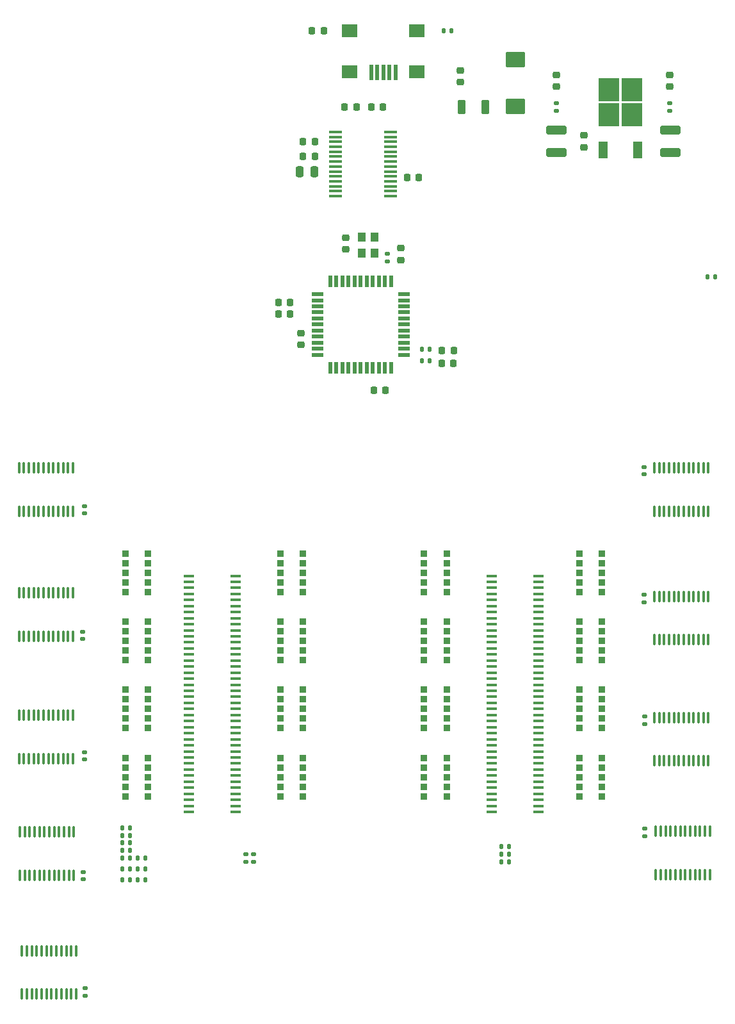
<source format=gbr>
%TF.GenerationSoftware,KiCad,Pcbnew,(6.0.0)*%
%TF.CreationDate,2022-10-06T12:47:50-04:00*%
%TF.ProjectId,ecp5u85-bse-usb_io-tester,65637035-7538-4352-9d62-73652d757362,A*%
%TF.SameCoordinates,Original*%
%TF.FileFunction,Paste,Top*%
%TF.FilePolarity,Positive*%
%FSLAX46Y46*%
G04 Gerber Fmt 4.6, Leading zero omitted, Abs format (unit mm)*
G04 Created by KiCad (PCBNEW (6.0.0)) date 2022-10-06 12:47:50*
%MOMM*%
%LPD*%
G01*
G04 APERTURE LIST*
G04 Aperture macros list*
%AMRoundRect*
0 Rectangle with rounded corners*
0 $1 Rounding radius*
0 $2 $3 $4 $5 $6 $7 $8 $9 X,Y pos of 4 corners*
0 Add a 4 corners polygon primitive as box body*
4,1,4,$2,$3,$4,$5,$6,$7,$8,$9,$2,$3,0*
0 Add four circle primitives for the rounded corners*
1,1,$1+$1,$2,$3*
1,1,$1+$1,$4,$5*
1,1,$1+$1,$6,$7*
1,1,$1+$1,$8,$9*
0 Add four rect primitives between the rounded corners*
20,1,$1+$1,$2,$3,$4,$5,0*
20,1,$1+$1,$4,$5,$6,$7,0*
20,1,$1+$1,$6,$7,$8,$9,0*
20,1,$1+$1,$8,$9,$2,$3,0*%
G04 Aperture macros list end*
%ADD10RoundRect,0.250000X1.025000X-0.787500X1.025000X0.787500X-1.025000X0.787500X-1.025000X-0.787500X0*%
%ADD11RoundRect,0.250000X-0.275000X-0.700000X0.275000X-0.700000X0.275000X0.700000X-0.275000X0.700000X0*%
%ADD12R,1.500000X0.550000*%
%ADD13R,0.550000X1.500000*%
%ADD14RoundRect,0.140000X0.170000X-0.140000X0.170000X0.140000X-0.170000X0.140000X-0.170000X-0.140000X0*%
%ADD15RoundRect,0.218750X-0.256250X0.218750X-0.256250X-0.218750X0.256250X-0.218750X0.256250X0.218750X0*%
%ADD16RoundRect,0.100000X-0.100000X0.637500X-0.100000X-0.637500X0.100000X-0.637500X0.100000X0.637500X0*%
%ADD17RoundRect,0.135000X-0.185000X0.135000X-0.185000X-0.135000X0.185000X-0.135000X0.185000X0.135000X0*%
%ADD18RoundRect,0.225000X-0.225000X0.225000X-0.225000X-0.225000X0.225000X-0.225000X0.225000X0.225000X0*%
%ADD19RoundRect,0.135000X-0.135000X-0.185000X0.135000X-0.185000X0.135000X0.185000X-0.135000X0.185000X0*%
%ADD20RoundRect,0.135000X0.135000X0.185000X-0.135000X0.185000X-0.135000X-0.185000X0.135000X-0.185000X0*%
%ADD21RoundRect,0.100000X0.100000X-0.637500X0.100000X0.637500X-0.100000X0.637500X-0.100000X-0.637500X0*%
%ADD22RoundRect,0.140000X-0.170000X0.140000X-0.170000X-0.140000X0.170000X-0.140000X0.170000X0.140000X0*%
%ADD23RoundRect,0.225000X0.250000X-0.225000X0.250000X0.225000X-0.250000X0.225000X-0.250000X-0.225000X0*%
%ADD24R,1.450000X0.457000*%
%ADD25RoundRect,0.225000X-0.225000X-0.250000X0.225000X-0.250000X0.225000X0.250000X-0.225000X0.250000X0*%
%ADD26RoundRect,0.218750X0.218750X0.256250X-0.218750X0.256250X-0.218750X-0.256250X0.218750X-0.256250X0*%
%ADD27RoundRect,0.225000X0.225000X0.250000X-0.225000X0.250000X-0.225000X-0.250000X0.225000X-0.250000X0*%
%ADD28R,1.100000X1.300000*%
%ADD29R,2.750000X3.050000*%
%ADD30R,1.200000X2.200000*%
%ADD31RoundRect,0.225000X-0.250000X0.225000X-0.250000X-0.225000X0.250000X-0.225000X0.250000X0.225000X0*%
%ADD32RoundRect,0.218750X0.256250X-0.218750X0.256250X0.218750X-0.256250X0.218750X-0.256250X-0.218750X0*%
%ADD33R,1.750000X0.450000*%
%ADD34RoundRect,0.250000X1.100000X-0.325000X1.100000X0.325000X-1.100000X0.325000X-1.100000X-0.325000X0*%
%ADD35R,0.500000X2.000000*%
%ADD36R,2.000000X1.700000*%
%ADD37RoundRect,0.250000X0.250000X0.475000X-0.250000X0.475000X-0.250000X-0.475000X0.250000X-0.475000X0*%
G04 APERTURE END LIST*
D10*
%TO.C,C15*%
X251100000Y-75412500D03*
X251100000Y-69187500D03*
%TD*%
D11*
%TO.C,FB2*%
X243925000Y-75500000D03*
X247075000Y-75500000D03*
%TD*%
D12*
%TO.C,U6*%
X224900000Y-100200000D03*
X224900000Y-101000000D03*
X224900000Y-101800000D03*
X224900000Y-102600000D03*
X224900000Y-103400000D03*
X224900000Y-104200000D03*
X224900000Y-105000000D03*
X224900000Y-105800000D03*
X224900000Y-106600000D03*
X224900000Y-107400000D03*
X224900000Y-108200000D03*
D13*
X226600000Y-109900000D03*
X227400000Y-109900000D03*
X228200000Y-109900000D03*
X229000000Y-109900000D03*
X229800000Y-109900000D03*
X230600000Y-109900000D03*
X231400000Y-109900000D03*
X232200000Y-109900000D03*
X233000000Y-109900000D03*
X233800000Y-109900000D03*
X234600000Y-109900000D03*
D12*
X236300000Y-108200000D03*
X236300000Y-107400000D03*
X236300000Y-106600000D03*
X236300000Y-105800000D03*
X236300000Y-105000000D03*
X236300000Y-104200000D03*
X236300000Y-103400000D03*
X236300000Y-102600000D03*
X236300000Y-101800000D03*
X236300000Y-101000000D03*
X236300000Y-100200000D03*
D13*
X234600000Y-98500000D03*
X233800000Y-98500000D03*
X233000000Y-98500000D03*
X232200000Y-98500000D03*
X231400000Y-98500000D03*
X230600000Y-98500000D03*
X229800000Y-98500000D03*
X229000000Y-98500000D03*
X228200000Y-98500000D03*
X227400000Y-98500000D03*
X226600000Y-98500000D03*
%TD*%
D14*
%TO.C,C6*%
X194100000Y-129180000D03*
X194100000Y-128220000D03*
%TD*%
D15*
%TO.C,D1*%
X256500000Y-71212500D03*
X256500000Y-72787500D03*
%TD*%
D16*
%TO.C,U5*%
X192575000Y-139637500D03*
X191925000Y-139637500D03*
X191275000Y-139637500D03*
X190625000Y-139637500D03*
X189975000Y-139637500D03*
X189325000Y-139637500D03*
X188675000Y-139637500D03*
X188025000Y-139637500D03*
X187375000Y-139637500D03*
X186725000Y-139637500D03*
X186075000Y-139637500D03*
X185425000Y-139637500D03*
X185425000Y-145362500D03*
X186075000Y-145362500D03*
X186725000Y-145362500D03*
X187375000Y-145362500D03*
X188025000Y-145362500D03*
X188675000Y-145362500D03*
X189325000Y-145362500D03*
X189975000Y-145362500D03*
X190625000Y-145362500D03*
X191275000Y-145362500D03*
X191925000Y-145362500D03*
X192575000Y-145362500D03*
%TD*%
D17*
%TO.C,R2*%
X216400000Y-174190000D03*
X216400000Y-175210000D03*
%TD*%
D18*
%TO.C,RN11*%
X262500000Y-161460000D03*
X259500000Y-161460000D03*
X262500000Y-162730000D03*
X259500000Y-162730000D03*
X262500000Y-164000000D03*
X259500000Y-164000000D03*
X262500000Y-165270000D03*
X259500000Y-165270000D03*
X262500000Y-166540000D03*
X259500000Y-166540000D03*
%TD*%
D19*
%TO.C,R5*%
X199090000Y-171700000D03*
X200110000Y-171700000D03*
%TD*%
%TO.C,R17*%
X199080000Y-174700000D03*
X200100000Y-174700000D03*
%TD*%
D20*
%TO.C,R19*%
X242620000Y-65350000D03*
X241600000Y-65350000D03*
%TD*%
D17*
%TO.C,R1*%
X215400000Y-174190000D03*
X215400000Y-175210000D03*
%TD*%
D21*
%TO.C,U7*%
X269425000Y-161862500D03*
X270075000Y-161862500D03*
X270725000Y-161862500D03*
X271375000Y-161862500D03*
X272025000Y-161862500D03*
X272675000Y-161862500D03*
X273325000Y-161862500D03*
X273975000Y-161862500D03*
X274625000Y-161862500D03*
X275275000Y-161862500D03*
X275925000Y-161862500D03*
X276575000Y-161862500D03*
X276575000Y-156137500D03*
X275925000Y-156137500D03*
X275275000Y-156137500D03*
X274625000Y-156137500D03*
X273975000Y-156137500D03*
X273325000Y-156137500D03*
X272675000Y-156137500D03*
X272025000Y-156137500D03*
X271375000Y-156137500D03*
X270725000Y-156137500D03*
X270075000Y-156137500D03*
X269425000Y-156137500D03*
%TD*%
D18*
%TO.C,RN16*%
X262500000Y-134460000D03*
X259500000Y-134460000D03*
X262500000Y-135730000D03*
X259500000Y-135730000D03*
X262500000Y-137000000D03*
X259500000Y-137000000D03*
X262500000Y-138270000D03*
X259500000Y-138270000D03*
X262500000Y-139540000D03*
X259500000Y-139540000D03*
%TD*%
D22*
%TO.C,C10*%
X268200000Y-170820000D03*
X268200000Y-171780000D03*
%TD*%
D16*
%TO.C,U4*%
X192575000Y-123137500D03*
X191925000Y-123137500D03*
X191275000Y-123137500D03*
X190625000Y-123137500D03*
X189975000Y-123137500D03*
X189325000Y-123137500D03*
X188675000Y-123137500D03*
X188025000Y-123137500D03*
X187375000Y-123137500D03*
X186725000Y-123137500D03*
X186075000Y-123137500D03*
X185425000Y-123137500D03*
X185425000Y-128862500D03*
X186075000Y-128862500D03*
X186725000Y-128862500D03*
X187375000Y-128862500D03*
X188025000Y-128862500D03*
X188675000Y-128862500D03*
X189325000Y-128862500D03*
X189975000Y-128862500D03*
X190625000Y-128862500D03*
X191275000Y-128862500D03*
X191925000Y-128862500D03*
X192575000Y-128862500D03*
%TD*%
D23*
%TO.C,C4*%
X260100000Y-80775000D03*
X260100000Y-79225000D03*
%TD*%
D24*
%TO.C,J3*%
X247914000Y-168600000D03*
X254086000Y-168600000D03*
X247914000Y-167800000D03*
X254086000Y-167800000D03*
X247914000Y-167000000D03*
X254086000Y-167000000D03*
X247914000Y-166200000D03*
X254086000Y-166200000D03*
X247914000Y-165400000D03*
X254086000Y-165400000D03*
X247914000Y-164600000D03*
X254086000Y-164600000D03*
X247914000Y-163800000D03*
X254086000Y-163800000D03*
X247914000Y-163000000D03*
X254086000Y-163000000D03*
X247914000Y-162200000D03*
X254086000Y-162200000D03*
X247914000Y-161400000D03*
X254086000Y-161400000D03*
X247914000Y-160600000D03*
X254086000Y-160600000D03*
X247914000Y-159800000D03*
X254086000Y-159800000D03*
X247914000Y-159000000D03*
X254086000Y-159000000D03*
X247914000Y-158200000D03*
X254086000Y-158200000D03*
X247914000Y-157400000D03*
X254086000Y-157400000D03*
X247914000Y-156600000D03*
X254086000Y-156600000D03*
X247914000Y-155800000D03*
X254086000Y-155800000D03*
X247914000Y-155000000D03*
X254086000Y-155000000D03*
X247914000Y-154200000D03*
X254086000Y-154200000D03*
X247914000Y-153400000D03*
X254086000Y-153400000D03*
X247914000Y-152600000D03*
X254086000Y-152600000D03*
X247914000Y-151800000D03*
X254086000Y-151800000D03*
X247914000Y-151000000D03*
X254086000Y-151000000D03*
X247914000Y-150200000D03*
X254086000Y-150200000D03*
X247914000Y-149400000D03*
X254086000Y-149400000D03*
X247914000Y-148600000D03*
X254086000Y-148600000D03*
X247914000Y-147800000D03*
X254086000Y-147800000D03*
X247914000Y-147000000D03*
X254086000Y-147000000D03*
X247914000Y-146200000D03*
X254086000Y-146200000D03*
X247914000Y-145400000D03*
X254086000Y-145400000D03*
X247914000Y-144600000D03*
X254086000Y-144600000D03*
X247914000Y-143800000D03*
X254086000Y-143800000D03*
X247914000Y-143000000D03*
X254086000Y-143000000D03*
X247914000Y-142200000D03*
X254086000Y-142200000D03*
X247914000Y-141400000D03*
X254086000Y-141400000D03*
X247914000Y-140600000D03*
X254086000Y-140600000D03*
X247914000Y-139800000D03*
X254086000Y-139800000D03*
X247914000Y-139000000D03*
X254086000Y-139000000D03*
X247914000Y-138200000D03*
X254086000Y-138200000D03*
X247914000Y-137400000D03*
X254086000Y-137400000D03*
%TD*%
D18*
%TO.C,RN3*%
X223000000Y-161460000D03*
X220000000Y-161460000D03*
X223000000Y-162730000D03*
X220000000Y-162730000D03*
X223000000Y-164000000D03*
X220000000Y-164000000D03*
X223000000Y-165270000D03*
X220000000Y-165270000D03*
X223000000Y-166540000D03*
X220000000Y-166540000D03*
%TD*%
D16*
%TO.C,U1*%
X192975000Y-186937500D03*
X192325000Y-186937500D03*
X191675000Y-186937500D03*
X191025000Y-186937500D03*
X190375000Y-186937500D03*
X189725000Y-186937500D03*
X189075000Y-186937500D03*
X188425000Y-186937500D03*
X187775000Y-186937500D03*
X187125000Y-186937500D03*
X186475000Y-186937500D03*
X185825000Y-186937500D03*
X185825000Y-192662500D03*
X186475000Y-192662500D03*
X187125000Y-192662500D03*
X187775000Y-192662500D03*
X188425000Y-192662500D03*
X189075000Y-192662500D03*
X189725000Y-192662500D03*
X190375000Y-192662500D03*
X191025000Y-192662500D03*
X191675000Y-192662500D03*
X192325000Y-192662500D03*
X192975000Y-192662500D03*
%TD*%
D25*
%TO.C,C25*%
X232325000Y-112900000D03*
X233875000Y-112900000D03*
%TD*%
D17*
%TO.C,R15*%
X271500000Y-74990000D03*
X271500000Y-76010000D03*
%TD*%
D26*
%TO.C,FB1*%
X221287500Y-101300000D03*
X219712500Y-101300000D03*
%TD*%
D27*
%TO.C,C17*%
X224550000Y-82000000D03*
X223000000Y-82000000D03*
%TD*%
D18*
%TO.C,RN15*%
X262500000Y-152460000D03*
X259500000Y-152460000D03*
X262500000Y-153730000D03*
X259500000Y-153730000D03*
X262500000Y-155000000D03*
X259500000Y-155000000D03*
X262500000Y-156270000D03*
X259500000Y-156270000D03*
X262500000Y-157540000D03*
X259500000Y-157540000D03*
%TD*%
%TO.C,RN7*%
X223000000Y-152460000D03*
X220000000Y-152460000D03*
X223000000Y-153730000D03*
X220000000Y-153730000D03*
X223000000Y-155000000D03*
X220000000Y-155000000D03*
X223000000Y-156270000D03*
X220000000Y-156270000D03*
X223000000Y-157540000D03*
X220000000Y-157540000D03*
%TD*%
D28*
%TO.C,U13*%
X232410000Y-92670000D03*
X232410000Y-94770000D03*
X230760000Y-94770000D03*
X230760000Y-92670000D03*
%TD*%
D19*
%TO.C,R8*%
X199090000Y-177600000D03*
X200110000Y-177600000D03*
%TD*%
D21*
%TO.C,U8*%
X269625000Y-176862500D03*
X270275000Y-176862500D03*
X270925000Y-176862500D03*
X271575000Y-176862500D03*
X272225000Y-176862500D03*
X272875000Y-176862500D03*
X273525000Y-176862500D03*
X274175000Y-176862500D03*
X274825000Y-176862500D03*
X275475000Y-176862500D03*
X276125000Y-176862500D03*
X276775000Y-176862500D03*
X276775000Y-171137500D03*
X276125000Y-171137500D03*
X275475000Y-171137500D03*
X274825000Y-171137500D03*
X274175000Y-171137500D03*
X273525000Y-171137500D03*
X272875000Y-171137500D03*
X272225000Y-171137500D03*
X271575000Y-171137500D03*
X270925000Y-171137500D03*
X270275000Y-171137500D03*
X269625000Y-171137500D03*
%TD*%
D26*
%TO.C,D2*%
X242887500Y-109300000D03*
X241312500Y-109300000D03*
%TD*%
D17*
%TO.C,R12*%
X234100000Y-94890000D03*
X234100000Y-95910000D03*
%TD*%
D18*
%TO.C,RN2*%
X202500000Y-143460000D03*
X199500000Y-143460000D03*
X202500000Y-144730000D03*
X199500000Y-144730000D03*
X202500000Y-146000000D03*
X199500000Y-146000000D03*
X202500000Y-147270000D03*
X199500000Y-147270000D03*
X202500000Y-148540000D03*
X199500000Y-148540000D03*
%TD*%
D19*
%TO.C,R20*%
X276490000Y-97900000D03*
X277510000Y-97900000D03*
%TD*%
D18*
%TO.C,RN1*%
X202500000Y-161460000D03*
X199500000Y-161460000D03*
X202500000Y-162730000D03*
X199500000Y-162730000D03*
X202500000Y-164000000D03*
X199500000Y-164000000D03*
X202500000Y-165270000D03*
X199500000Y-165270000D03*
X202500000Y-166540000D03*
X199500000Y-166540000D03*
%TD*%
%TO.C,RN12*%
X262500000Y-143460000D03*
X259500000Y-143460000D03*
X262500000Y-144730000D03*
X259500000Y-144730000D03*
X262500000Y-146000000D03*
X259500000Y-146000000D03*
X262500000Y-147270000D03*
X259500000Y-147270000D03*
X262500000Y-148540000D03*
X259500000Y-148540000D03*
%TD*%
D14*
%TO.C,C13*%
X193900000Y-177480000D03*
X193900000Y-176520000D03*
%TD*%
D19*
%TO.C,R16*%
X201090000Y-176100000D03*
X202110000Y-176100000D03*
%TD*%
%TO.C,R18*%
X201090000Y-174700000D03*
X202110000Y-174700000D03*
%TD*%
D18*
%TO.C,RN5*%
X202500000Y-152460000D03*
X199500000Y-152460000D03*
X202500000Y-153730000D03*
X199500000Y-153730000D03*
X202500000Y-155000000D03*
X199500000Y-155000000D03*
X202500000Y-156270000D03*
X199500000Y-156270000D03*
X202500000Y-157540000D03*
X199500000Y-157540000D03*
%TD*%
D19*
%TO.C,R4*%
X199090000Y-172700000D03*
X200110000Y-172700000D03*
%TD*%
D23*
%TO.C,C14*%
X243800000Y-72175000D03*
X243800000Y-70625000D03*
%TD*%
D25*
%TO.C,C18*%
X236725000Y-84800000D03*
X238275000Y-84800000D03*
%TD*%
D16*
%TO.C,U11*%
X192675000Y-171237500D03*
X192025000Y-171237500D03*
X191375000Y-171237500D03*
X190725000Y-171237500D03*
X190075000Y-171237500D03*
X189425000Y-171237500D03*
X188775000Y-171237500D03*
X188125000Y-171237500D03*
X187475000Y-171237500D03*
X186825000Y-171237500D03*
X186175000Y-171237500D03*
X185525000Y-171237500D03*
X185525000Y-176962500D03*
X186175000Y-176962500D03*
X186825000Y-176962500D03*
X187475000Y-176962500D03*
X188125000Y-176962500D03*
X188775000Y-176962500D03*
X189425000Y-176962500D03*
X190075000Y-176962500D03*
X190725000Y-176962500D03*
X191375000Y-176962500D03*
X192025000Y-176962500D03*
X192675000Y-176962500D03*
%TD*%
D19*
%TO.C,R3*%
X199090000Y-173700000D03*
X200110000Y-173700000D03*
%TD*%
D20*
%TO.C,R22*%
X250210000Y-174200000D03*
X249190000Y-174200000D03*
%TD*%
D19*
%TO.C,R6*%
X199090000Y-170700000D03*
X200110000Y-170700000D03*
%TD*%
%TO.C,R14*%
X199090000Y-176100000D03*
X200110000Y-176100000D03*
%TD*%
D16*
%TO.C,U2*%
X192575000Y-155837500D03*
X191925000Y-155837500D03*
X191275000Y-155837500D03*
X190625000Y-155837500D03*
X189975000Y-155837500D03*
X189325000Y-155837500D03*
X188675000Y-155837500D03*
X188025000Y-155837500D03*
X187375000Y-155837500D03*
X186725000Y-155837500D03*
X186075000Y-155837500D03*
X185425000Y-155837500D03*
X185425000Y-161562500D03*
X186075000Y-161562500D03*
X186725000Y-161562500D03*
X187375000Y-161562500D03*
X188025000Y-161562500D03*
X188675000Y-161562500D03*
X189325000Y-161562500D03*
X189975000Y-161562500D03*
X190625000Y-161562500D03*
X191275000Y-161562500D03*
X191925000Y-161562500D03*
X192575000Y-161562500D03*
%TD*%
D29*
%TO.C,U3*%
X266450000Y-76520000D03*
X263400000Y-73170000D03*
X263400000Y-76520000D03*
X266450000Y-73170000D03*
D30*
X262645000Y-81145000D03*
X267205000Y-81145000D03*
%TD*%
D18*
%TO.C,RN10*%
X242000000Y-143460000D03*
X239000000Y-143460000D03*
X242000000Y-144730000D03*
X239000000Y-144730000D03*
X242000000Y-146000000D03*
X239000000Y-146000000D03*
X242000000Y-147270000D03*
X239000000Y-147270000D03*
X242000000Y-148540000D03*
X239000000Y-148540000D03*
%TD*%
D31*
%TO.C,C23*%
X228600000Y-92725000D03*
X228600000Y-94275000D03*
%TD*%
D24*
%TO.C,J1*%
X207914000Y-168600000D03*
X214086000Y-168600000D03*
X207914000Y-167800000D03*
X214086000Y-167800000D03*
X207914000Y-167000000D03*
X214086000Y-167000000D03*
X207914000Y-166200000D03*
X214086000Y-166200000D03*
X207914000Y-165400000D03*
X214086000Y-165400000D03*
X207914000Y-164600000D03*
X214086000Y-164600000D03*
X207914000Y-163800000D03*
X214086000Y-163800000D03*
X207914000Y-163000000D03*
X214086000Y-163000000D03*
X207914000Y-162200000D03*
X214086000Y-162200000D03*
X207914000Y-161400000D03*
X214086000Y-161400000D03*
X207914000Y-160600000D03*
X214086000Y-160600000D03*
X207914000Y-159800000D03*
X214086000Y-159800000D03*
X207914000Y-159000000D03*
X214086000Y-159000000D03*
X207914000Y-158200000D03*
X214086000Y-158200000D03*
X207914000Y-157400000D03*
X214086000Y-157400000D03*
X207914000Y-156600000D03*
X214086000Y-156600000D03*
X207914000Y-155800000D03*
X214086000Y-155800000D03*
X207914000Y-155000000D03*
X214086000Y-155000000D03*
X207914000Y-154200000D03*
X214086000Y-154200000D03*
X207914000Y-153400000D03*
X214086000Y-153400000D03*
X207914000Y-152600000D03*
X214086000Y-152600000D03*
X207914000Y-151800000D03*
X214086000Y-151800000D03*
X207914000Y-151000000D03*
X214086000Y-151000000D03*
X207914000Y-150200000D03*
X214086000Y-150200000D03*
X207914000Y-149400000D03*
X214086000Y-149400000D03*
X207914000Y-148600000D03*
X214086000Y-148600000D03*
X207914000Y-147800000D03*
X214086000Y-147800000D03*
X207914000Y-147000000D03*
X214086000Y-147000000D03*
X207914000Y-146200000D03*
X214086000Y-146200000D03*
X207914000Y-145400000D03*
X214086000Y-145400000D03*
X207914000Y-144600000D03*
X214086000Y-144600000D03*
X207914000Y-143800000D03*
X214086000Y-143800000D03*
X207914000Y-143000000D03*
X214086000Y-143000000D03*
X207914000Y-142200000D03*
X214086000Y-142200000D03*
X207914000Y-141400000D03*
X214086000Y-141400000D03*
X207914000Y-140600000D03*
X214086000Y-140600000D03*
X207914000Y-139800000D03*
X214086000Y-139800000D03*
X207914000Y-139000000D03*
X214086000Y-139000000D03*
X207914000Y-138200000D03*
X214086000Y-138200000D03*
X207914000Y-137400000D03*
X214086000Y-137400000D03*
%TD*%
D18*
%TO.C,RN8*%
X223000000Y-134460000D03*
X220000000Y-134460000D03*
X223000000Y-135730000D03*
X220000000Y-135730000D03*
X223000000Y-137000000D03*
X220000000Y-137000000D03*
X223000000Y-138270000D03*
X220000000Y-138270000D03*
X223000000Y-139540000D03*
X220000000Y-139540000D03*
%TD*%
D21*
%TO.C,U9*%
X269425000Y-145862500D03*
X270075000Y-145862500D03*
X270725000Y-145862500D03*
X271375000Y-145862500D03*
X272025000Y-145862500D03*
X272675000Y-145862500D03*
X273325000Y-145862500D03*
X273975000Y-145862500D03*
X274625000Y-145862500D03*
X275275000Y-145862500D03*
X275925000Y-145862500D03*
X276575000Y-145862500D03*
X276575000Y-140137500D03*
X275925000Y-140137500D03*
X275275000Y-140137500D03*
X274625000Y-140137500D03*
X273975000Y-140137500D03*
X273325000Y-140137500D03*
X272675000Y-140137500D03*
X272025000Y-140137500D03*
X271375000Y-140137500D03*
X270725000Y-140137500D03*
X270075000Y-140137500D03*
X269425000Y-140137500D03*
%TD*%
D32*
%TO.C,D5*%
X235900000Y-95687500D03*
X235900000Y-94112500D03*
%TD*%
D33*
%TO.C,U12*%
X234515000Y-87225000D03*
X234515000Y-86575000D03*
X234515000Y-85925000D03*
X234515000Y-85275000D03*
X234515000Y-84625000D03*
X234515000Y-83975000D03*
X234515000Y-83325000D03*
X234515000Y-82675000D03*
X234515000Y-82025000D03*
X234515000Y-81375000D03*
X234515000Y-80725000D03*
X234515000Y-80075000D03*
X234515000Y-79425000D03*
X234515000Y-78775000D03*
X227315000Y-78775000D03*
X227315000Y-79425000D03*
X227315000Y-80075000D03*
X227315000Y-80725000D03*
X227315000Y-81375000D03*
X227315000Y-82025000D03*
X227315000Y-82675000D03*
X227315000Y-83325000D03*
X227315000Y-83975000D03*
X227315000Y-84625000D03*
X227315000Y-85275000D03*
X227315000Y-85925000D03*
X227315000Y-86575000D03*
X227315000Y-87225000D03*
%TD*%
D15*
%TO.C,D6*%
X271500000Y-71212500D03*
X271500000Y-72787500D03*
%TD*%
D20*
%TO.C,R9*%
X239710000Y-109000000D03*
X238690000Y-109000000D03*
%TD*%
%TO.C,R21*%
X250210000Y-173200000D03*
X249190000Y-173200000D03*
%TD*%
D27*
%TO.C,C24*%
X221275000Y-102800000D03*
X219725000Y-102800000D03*
%TD*%
D23*
%TO.C,C8*%
X222700000Y-106875000D03*
X222700000Y-105325000D03*
%TD*%
D27*
%TO.C,C20*%
X230050000Y-75500000D03*
X228500000Y-75500000D03*
%TD*%
D22*
%TO.C,C9*%
X268200000Y-156020000D03*
X268200000Y-156980000D03*
%TD*%
D21*
%TO.C,U10*%
X269425000Y-128862500D03*
X270075000Y-128862500D03*
X270725000Y-128862500D03*
X271375000Y-128862500D03*
X272025000Y-128862500D03*
X272675000Y-128862500D03*
X273325000Y-128862500D03*
X273975000Y-128862500D03*
X274625000Y-128862500D03*
X275275000Y-128862500D03*
X275925000Y-128862500D03*
X276575000Y-128862500D03*
X276575000Y-123137500D03*
X275925000Y-123137500D03*
X275275000Y-123137500D03*
X274625000Y-123137500D03*
X273975000Y-123137500D03*
X273325000Y-123137500D03*
X272675000Y-123137500D03*
X272025000Y-123137500D03*
X271375000Y-123137500D03*
X270725000Y-123137500D03*
X270075000Y-123137500D03*
X269425000Y-123137500D03*
%TD*%
D34*
%TO.C,C3*%
X256500000Y-81475000D03*
X256500000Y-78525000D03*
%TD*%
D20*
%TO.C,R10*%
X239710000Y-107500000D03*
X238690000Y-107500000D03*
%TD*%
D35*
%TO.C,J2*%
X235200000Y-70900000D03*
X234400000Y-70900000D03*
X233600000Y-70900000D03*
X232800000Y-70900000D03*
X232000000Y-70900000D03*
D36*
X229150000Y-70800000D03*
X238050000Y-70800000D03*
X238050000Y-65350000D03*
X229150000Y-65350000D03*
%TD*%
D18*
%TO.C,RN13*%
X242000000Y-152460000D03*
X239000000Y-152460000D03*
X242000000Y-153730000D03*
X239000000Y-153730000D03*
X242000000Y-155000000D03*
X239000000Y-155000000D03*
X242000000Y-156270000D03*
X239000000Y-156270000D03*
X242000000Y-157540000D03*
X239000000Y-157540000D03*
%TD*%
D26*
%TO.C,D3*%
X242900000Y-107600000D03*
X241325000Y-107600000D03*
%TD*%
D19*
%TO.C,R13*%
X201090000Y-177600000D03*
X202110000Y-177600000D03*
%TD*%
D34*
%TO.C,C5*%
X271530000Y-81475000D03*
X271530000Y-78525000D03*
%TD*%
D14*
%TO.C,C7*%
X193800000Y-145780000D03*
X193800000Y-144820000D03*
%TD*%
D18*
%TO.C,RN6*%
X202500000Y-134460000D03*
X199500000Y-134460000D03*
X202500000Y-135730000D03*
X199500000Y-135730000D03*
X202500000Y-137000000D03*
X199500000Y-137000000D03*
X202500000Y-138270000D03*
X199500000Y-138270000D03*
X202500000Y-139540000D03*
X199500000Y-139540000D03*
%TD*%
D14*
%TO.C,C2*%
X194100000Y-161660000D03*
X194100000Y-160700000D03*
%TD*%
D27*
%TO.C,C22*%
X225720000Y-65350000D03*
X224170000Y-65350000D03*
%TD*%
D18*
%TO.C,RN4*%
X220000000Y-148540000D03*
X223000000Y-148540000D03*
X220000000Y-147270000D03*
X223000000Y-147270000D03*
X220000000Y-146000000D03*
X223000000Y-146000000D03*
X220000000Y-144730000D03*
X223000000Y-144730000D03*
X220000000Y-143460000D03*
X223000000Y-143460000D03*
%TD*%
%TO.C,RN9*%
X242000000Y-161460000D03*
X239000000Y-161460000D03*
X242000000Y-162730000D03*
X239000000Y-162730000D03*
X242000000Y-164000000D03*
X239000000Y-164000000D03*
X242000000Y-165270000D03*
X239000000Y-165270000D03*
X242000000Y-166540000D03*
X239000000Y-166540000D03*
%TD*%
D22*
%TO.C,C12*%
X268100000Y-123020000D03*
X268100000Y-123980000D03*
%TD*%
%TO.C,C11*%
X268100000Y-139920000D03*
X268100000Y-140880000D03*
%TD*%
D37*
%TO.C,C16*%
X224450000Y-84000000D03*
X222550000Y-84000000D03*
%TD*%
D25*
%TO.C,C21*%
X232000000Y-75500000D03*
X233550000Y-75500000D03*
%TD*%
D20*
%TO.C,R23*%
X250210000Y-175200000D03*
X249190000Y-175200000D03*
%TD*%
D18*
%TO.C,RN14*%
X242000000Y-134460000D03*
X239000000Y-134460000D03*
X242000000Y-135730000D03*
X239000000Y-135730000D03*
X242000000Y-137000000D03*
X239000000Y-137000000D03*
X242000000Y-138270000D03*
X239000000Y-138270000D03*
X242000000Y-139540000D03*
X239000000Y-139540000D03*
%TD*%
D17*
%TO.C,R7*%
X256500000Y-74990000D03*
X256500000Y-76010000D03*
%TD*%
D27*
%TO.C,C19*%
X224550000Y-80000000D03*
X223000000Y-80000000D03*
%TD*%
D14*
%TO.C,C1*%
X194200000Y-192880000D03*
X194200000Y-191920000D03*
%TD*%
M02*

</source>
